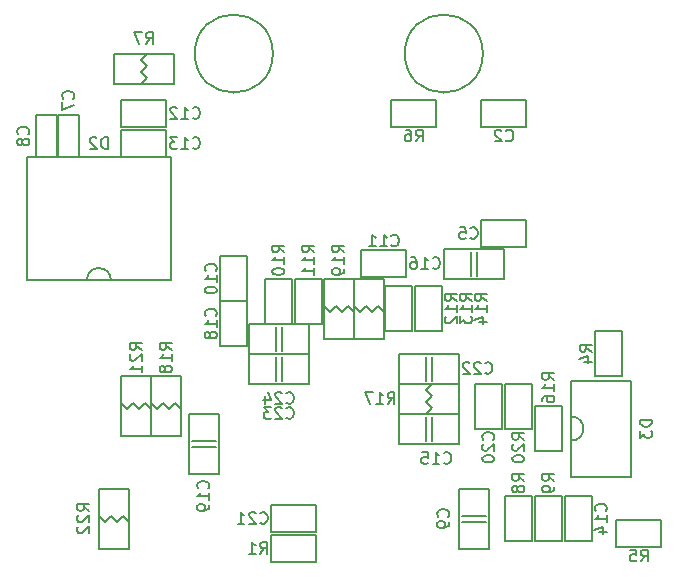
<source format=gbr>
G04 #@! TF.GenerationSoftware,KiCad,Pcbnew,5.1.6-c6e7f7d~87~ubuntu19.10.1*
G04 #@! TF.CreationDate,2021-07-29T07:02:15+06:00*
G04 #@! TF.ProjectId,deep_blue_delay_r3b,64656570-5f62-46c7-9565-5f64656c6179,3B*
G04 #@! TF.SameCoordinates,Original*
G04 #@! TF.FileFunction,Legend,Bot*
G04 #@! TF.FilePolarity,Positive*
%FSLAX46Y46*%
G04 Gerber Fmt 4.6, Leading zero omitted, Abs format (unit mm)*
G04 Created by KiCad (PCBNEW 5.1.6-c6e7f7d~87~ubuntu19.10.1) date 2021-07-29 07:02:15*
%MOMM*%
%LPD*%
G01*
G04 APERTURE LIST*
%ADD10C,0.200000*%
G04 APERTURE END LIST*
D10*
X106680000Y-116840000D02*
X109220000Y-116840000D01*
X106680000Y-121920000D02*
X109220000Y-121920000D01*
X106680000Y-116840000D02*
X106680000Y-121920000D01*
X109220000Y-116840000D02*
X109220000Y-121920000D01*
X108712000Y-119126000D02*
X109220000Y-119634000D01*
X108204000Y-119634000D02*
X108712000Y-119126000D01*
X107696000Y-119126000D02*
X108204000Y-119634000D01*
X107188000Y-119634000D02*
X106680000Y-119126000D01*
X107696000Y-119126000D02*
X107188000Y-119634000D01*
X132715000Y-139573000D02*
X132715000Y-137287000D01*
X128905000Y-137287000D02*
X128905000Y-139573000D01*
X132715000Y-137287000D02*
X128905000Y-137287000D01*
X132715000Y-139573000D02*
X128905000Y-139573000D01*
X127127000Y-125095000D02*
X129413000Y-125095000D01*
X129413000Y-121285000D02*
X127127000Y-121285000D01*
X129413000Y-125095000D02*
X129413000Y-121285000D01*
X127127000Y-125095000D02*
X127127000Y-121285000D01*
X99695000Y-138557000D02*
X99695000Y-140843000D01*
X103505000Y-140843000D02*
X103505000Y-138557000D01*
X99695000Y-140843000D02*
X103505000Y-140843000D01*
X99695000Y-138557000D02*
X103505000Y-138557000D01*
X121793000Y-135255000D02*
X119507000Y-135255000D01*
X119507000Y-139065000D02*
X121793000Y-139065000D01*
X119507000Y-135255000D02*
X119507000Y-139065000D01*
X121793000Y-135255000D02*
X121793000Y-139065000D01*
X86995000Y-104267000D02*
X86995000Y-106553000D01*
X90805000Y-106553000D02*
X90805000Y-104267000D01*
X86995000Y-106553000D02*
X90805000Y-106553000D01*
X86995000Y-104267000D02*
X90805000Y-104267000D01*
X81534000Y-102997000D02*
X79756000Y-102997000D01*
X79756000Y-106553000D02*
X81534000Y-106553000D01*
X79756000Y-102997000D02*
X79756000Y-106553000D01*
X81534000Y-102997000D02*
X81534000Y-106553000D01*
X83439000Y-102997000D02*
X81661000Y-102997000D01*
X81661000Y-106553000D02*
X83439000Y-106553000D01*
X81661000Y-102997000D02*
X81661000Y-106553000D01*
X83439000Y-102997000D02*
X83439000Y-106553000D01*
X105156000Y-119126000D02*
X104648000Y-119634000D01*
X104648000Y-119634000D02*
X104140000Y-119126000D01*
X105156000Y-119126000D02*
X105664000Y-119634000D01*
X105664000Y-119634000D02*
X106172000Y-119126000D01*
X106172000Y-119126000D02*
X106680000Y-119634000D01*
X106680000Y-116840000D02*
X106680000Y-121920000D01*
X104140000Y-116840000D02*
X104140000Y-121920000D01*
X104140000Y-121920000D02*
X106680000Y-121920000D01*
X104140000Y-116840000D02*
X106680000Y-116840000D01*
X109855000Y-101727000D02*
X109855000Y-104013000D01*
X113665000Y-104013000D02*
X113665000Y-101727000D01*
X109855000Y-104013000D02*
X113665000Y-104013000D01*
X109855000Y-101727000D02*
X113665000Y-101727000D01*
X121285000Y-104013000D02*
X121285000Y-101727000D01*
X117475000Y-101727000D02*
X117475000Y-104013000D01*
X121285000Y-101727000D02*
X117475000Y-101727000D01*
X121285000Y-104013000D02*
X117475000Y-104013000D01*
X115570000Y-139700000D02*
X115570000Y-134620000D01*
X118110000Y-139700000D02*
X118110000Y-134620000D01*
X117856000Y-136906000D02*
X115824000Y-136906000D01*
X117856000Y-137414000D02*
X115824000Y-137414000D01*
X118110000Y-134620000D02*
X115570000Y-134620000D01*
X118110000Y-139700000D02*
X115570000Y-139700000D01*
X95250000Y-128270000D02*
X95250000Y-133350000D01*
X92710000Y-128270000D02*
X92710000Y-133350000D01*
X92964000Y-131064000D02*
X94996000Y-131064000D01*
X92964000Y-130556000D02*
X94996000Y-130556000D01*
X92710000Y-133350000D02*
X95250000Y-133350000D01*
X92710000Y-128270000D02*
X95250000Y-128270000D01*
X115570000Y-123190000D02*
X115570000Y-125730000D01*
X110490000Y-123190000D02*
X110490000Y-125730000D01*
X113284000Y-123444000D02*
X113284000Y-125476000D01*
X112776000Y-123444000D02*
X112776000Y-125476000D01*
X115570000Y-123190000D02*
X110490000Y-123190000D01*
X115570000Y-125730000D02*
X110490000Y-125730000D01*
X102870000Y-120650000D02*
X102870000Y-123190000D01*
X97790000Y-120650000D02*
X97790000Y-123190000D01*
X100584000Y-120904000D02*
X100584000Y-122936000D01*
X100076000Y-120904000D02*
X100076000Y-122936000D01*
X102870000Y-120650000D02*
X97790000Y-120650000D01*
X102870000Y-123190000D02*
X97790000Y-123190000D01*
X115570000Y-130810000D02*
X110490000Y-130810000D01*
X115570000Y-128270000D02*
X110490000Y-128270000D01*
X112776000Y-128524000D02*
X112776000Y-130556000D01*
X113284000Y-128524000D02*
X113284000Y-130556000D01*
X110490000Y-128270000D02*
X110490000Y-130810000D01*
X115570000Y-128270000D02*
X115570000Y-130810000D01*
X97790000Y-125730000D02*
X97790000Y-123190000D01*
X102870000Y-125730000D02*
X102870000Y-123190000D01*
X100076000Y-125476000D02*
X100076000Y-123444000D01*
X100584000Y-125476000D02*
X100584000Y-123444000D01*
X97790000Y-125730000D02*
X102870000Y-125730000D01*
X97790000Y-123190000D02*
X102870000Y-123190000D01*
X114300000Y-114300000D02*
X119380000Y-114300000D01*
X114300000Y-116840000D02*
X119380000Y-116840000D01*
X117094000Y-116586000D02*
X117094000Y-114554000D01*
X116586000Y-116586000D02*
X116586000Y-114554000D01*
X119380000Y-116840000D02*
X119380000Y-114300000D01*
X114300000Y-116840000D02*
X114300000Y-114300000D01*
X97663000Y-118745000D02*
X97663000Y-122555000D01*
X95377000Y-118745000D02*
X95377000Y-122555000D01*
X95377000Y-122555000D02*
X97663000Y-122555000D01*
X97663000Y-118745000D02*
X95377000Y-118745000D01*
X122047000Y-131445000D02*
X124333000Y-131445000D01*
X124333000Y-127635000D02*
X122047000Y-127635000D01*
X124333000Y-131445000D02*
X124333000Y-127635000D01*
X122047000Y-131445000D02*
X122047000Y-127635000D01*
X119507000Y-129540000D02*
X121793000Y-129540000D01*
X121793000Y-125730000D02*
X119507000Y-125730000D01*
X121793000Y-129540000D02*
X121793000Y-125730000D01*
X119507000Y-129540000D02*
X119507000Y-125730000D01*
X122047000Y-139065000D02*
X124333000Y-139065000D01*
X124333000Y-135255000D02*
X122047000Y-135255000D01*
X124333000Y-139065000D02*
X124333000Y-135255000D01*
X122047000Y-139065000D02*
X122047000Y-135255000D01*
X116967000Y-129540000D02*
X119253000Y-129540000D01*
X119253000Y-125730000D02*
X116967000Y-125730000D01*
X119253000Y-129540000D02*
X119253000Y-125730000D01*
X116967000Y-129540000D02*
X116967000Y-125730000D01*
X124587000Y-139065000D02*
X126873000Y-139065000D01*
X126873000Y-135255000D02*
X124587000Y-135255000D01*
X126873000Y-139065000D02*
X126873000Y-135255000D01*
X124587000Y-139065000D02*
X124587000Y-135255000D01*
X117475000Y-111887000D02*
X117475000Y-114173000D01*
X121285000Y-114173000D02*
X121285000Y-111887000D01*
X117475000Y-114173000D02*
X121285000Y-114173000D01*
X117475000Y-111887000D02*
X121285000Y-111887000D01*
X114173000Y-117475000D02*
X111887000Y-117475000D01*
X111887000Y-121285000D02*
X114173000Y-121285000D01*
X111887000Y-117475000D02*
X111887000Y-121285000D01*
X114173000Y-117475000D02*
X114173000Y-121285000D01*
X111633000Y-117475000D02*
X109347000Y-117475000D01*
X109347000Y-121285000D02*
X111633000Y-121285000D01*
X109347000Y-117475000D02*
X109347000Y-121285000D01*
X111633000Y-117475000D02*
X111633000Y-121285000D01*
X104013000Y-116840000D02*
X104013000Y-120650000D01*
X101727000Y-116840000D02*
X101727000Y-120650000D01*
X101727000Y-120650000D02*
X104013000Y-120650000D01*
X104013000Y-116840000D02*
X101727000Y-116840000D01*
X101473000Y-116840000D02*
X101473000Y-120650000D01*
X99187000Y-116840000D02*
X99187000Y-120650000D01*
X99187000Y-120650000D02*
X101473000Y-120650000D01*
X101473000Y-116840000D02*
X99187000Y-116840000D01*
X103505000Y-138303000D02*
X103505000Y-136017000D01*
X99695000Y-136017000D02*
X99695000Y-138303000D01*
X103505000Y-136017000D02*
X99695000Y-136017000D01*
X103505000Y-138303000D02*
X99695000Y-138303000D01*
X107315000Y-114427000D02*
X107315000Y-116713000D01*
X111125000Y-116713000D02*
X111125000Y-114427000D01*
X107315000Y-116713000D02*
X111125000Y-116713000D01*
X107315000Y-114427000D02*
X111125000Y-114427000D01*
X95377000Y-118745000D02*
X97663000Y-118745000D01*
X97663000Y-114935000D02*
X95377000Y-114935000D01*
X97663000Y-118745000D02*
X97663000Y-114935000D01*
X95377000Y-118745000D02*
X95377000Y-114935000D01*
X90805000Y-104013000D02*
X90805000Y-101727000D01*
X86995000Y-101727000D02*
X86995000Y-104013000D01*
X90805000Y-101727000D02*
X86995000Y-101727000D01*
X90805000Y-104013000D02*
X86995000Y-104013000D01*
X78994000Y-116967000D02*
X91186000Y-116967000D01*
X91186000Y-116967000D02*
X91186000Y-106553000D01*
X91186000Y-106553000D02*
X78994000Y-106553000D01*
X78994000Y-116967000D02*
X78994000Y-106553000D01*
X84074000Y-116967000D02*
G75*
G02*
X86106000Y-116967000I1016000J0D01*
G01*
X125095000Y-125476000D02*
X125095000Y-133604000D01*
X125095000Y-133604000D02*
X130175000Y-133604000D01*
X130175000Y-133604000D02*
X130175000Y-125476000D01*
X125095000Y-125476000D02*
X130175000Y-125476000D01*
X125095000Y-128524000D02*
G75*
G02*
X125095000Y-130556000I0J-1016000D01*
G01*
X91440000Y-97790000D02*
X91440000Y-100330000D01*
X86360000Y-97790000D02*
X86360000Y-100330000D01*
X91440000Y-97790000D02*
X86360000Y-97790000D01*
X91440000Y-100330000D02*
X86360000Y-100330000D01*
X89154000Y-99822000D02*
X88646000Y-100330000D01*
X88646000Y-99314000D02*
X89154000Y-99822000D01*
X89154000Y-98806000D02*
X88646000Y-99314000D01*
X88646000Y-98298000D02*
X89154000Y-97790000D01*
X89154000Y-98806000D02*
X88646000Y-98298000D01*
X86106000Y-136906000D02*
X85598000Y-137414000D01*
X85598000Y-137414000D02*
X85090000Y-136906000D01*
X86106000Y-136906000D02*
X86614000Y-137414000D01*
X86614000Y-137414000D02*
X87122000Y-136906000D01*
X87122000Y-136906000D02*
X87630000Y-137414000D01*
X87630000Y-134620000D02*
X87630000Y-139700000D01*
X85090000Y-134620000D02*
X85090000Y-139700000D01*
X85090000Y-139700000D02*
X87630000Y-139700000D01*
X85090000Y-134620000D02*
X87630000Y-134620000D01*
X91059000Y-127889000D02*
X91567000Y-127381000D01*
X91567000Y-127381000D02*
X92075000Y-127889000D01*
X91059000Y-127889000D02*
X90551000Y-127381000D01*
X90551000Y-127381000D02*
X90043000Y-127889000D01*
X90043000Y-127889000D02*
X89535000Y-127381000D01*
X89535000Y-130175000D02*
X89535000Y-125095000D01*
X92075000Y-130175000D02*
X92075000Y-125095000D01*
X92075000Y-125095000D02*
X89535000Y-125095000D01*
X92075000Y-130175000D02*
X89535000Y-130175000D01*
X88519000Y-127889000D02*
X89027000Y-127381000D01*
X89027000Y-127381000D02*
X89535000Y-127889000D01*
X88519000Y-127889000D02*
X88011000Y-127381000D01*
X88011000Y-127381000D02*
X87503000Y-127889000D01*
X87503000Y-127889000D02*
X86995000Y-127381000D01*
X86995000Y-130175000D02*
X86995000Y-125095000D01*
X89535000Y-130175000D02*
X89535000Y-125095000D01*
X89535000Y-125095000D02*
X86995000Y-125095000D01*
X89535000Y-130175000D02*
X86995000Y-130175000D01*
X112776000Y-127254000D02*
X113284000Y-127762000D01*
X113284000Y-127762000D02*
X112776000Y-128270000D01*
X112776000Y-127254000D02*
X113284000Y-126746000D01*
X113284000Y-126746000D02*
X112776000Y-126238000D01*
X112776000Y-126238000D02*
X113284000Y-125730000D01*
X110490000Y-125730000D02*
X115570000Y-125730000D01*
X110490000Y-128270000D02*
X115570000Y-128270000D01*
X115570000Y-128270000D02*
X115570000Y-125730000D01*
X110490000Y-128270000D02*
X110490000Y-125730000D01*
X117602000Y-97790000D02*
G75*
G03*
X117602000Y-97790000I-3302000J0D01*
G01*
X99822000Y-97790000D02*
G75*
G03*
X99822000Y-97790000I-3302000J0D01*
G01*
X115387380Y-118737142D02*
X114911190Y-118403809D01*
X115387380Y-118165714D02*
X114387380Y-118165714D01*
X114387380Y-118546666D01*
X114435000Y-118641904D01*
X114482619Y-118689523D01*
X114577857Y-118737142D01*
X114720714Y-118737142D01*
X114815952Y-118689523D01*
X114863571Y-118641904D01*
X114911190Y-118546666D01*
X114911190Y-118165714D01*
X115387380Y-119689523D02*
X115387380Y-119118095D01*
X115387380Y-119403809D02*
X114387380Y-119403809D01*
X114530238Y-119308571D01*
X114625476Y-119213333D01*
X114673095Y-119118095D01*
X114482619Y-120070476D02*
X114435000Y-120118095D01*
X114387380Y-120213333D01*
X114387380Y-120451428D01*
X114435000Y-120546666D01*
X114482619Y-120594285D01*
X114577857Y-120641904D01*
X114673095Y-120641904D01*
X114815952Y-120594285D01*
X115387380Y-120022857D01*
X115387380Y-120641904D01*
X130976666Y-140787380D02*
X131310000Y-140311190D01*
X131548095Y-140787380D02*
X131548095Y-139787380D01*
X131167142Y-139787380D01*
X131071904Y-139835000D01*
X131024285Y-139882619D01*
X130976666Y-139977857D01*
X130976666Y-140120714D01*
X131024285Y-140215952D01*
X131071904Y-140263571D01*
X131167142Y-140311190D01*
X131548095Y-140311190D01*
X130071904Y-139787380D02*
X130548095Y-139787380D01*
X130595714Y-140263571D01*
X130548095Y-140215952D01*
X130452857Y-140168333D01*
X130214761Y-140168333D01*
X130119523Y-140215952D01*
X130071904Y-140263571D01*
X130024285Y-140358809D01*
X130024285Y-140596904D01*
X130071904Y-140692142D01*
X130119523Y-140739761D01*
X130214761Y-140787380D01*
X130452857Y-140787380D01*
X130548095Y-140739761D01*
X130595714Y-140692142D01*
X126817380Y-123023333D02*
X126341190Y-122690000D01*
X126817380Y-122451904D02*
X125817380Y-122451904D01*
X125817380Y-122832857D01*
X125865000Y-122928095D01*
X125912619Y-122975714D01*
X126007857Y-123023333D01*
X126150714Y-123023333D01*
X126245952Y-122975714D01*
X126293571Y-122928095D01*
X126341190Y-122832857D01*
X126341190Y-122451904D01*
X126150714Y-123880476D02*
X126817380Y-123880476D01*
X125769761Y-123642380D02*
X126484047Y-123404285D01*
X126484047Y-124023333D01*
X98755476Y-140152380D02*
X99088809Y-139676190D01*
X99326904Y-140152380D02*
X99326904Y-139152380D01*
X98945952Y-139152380D01*
X98850714Y-139200000D01*
X98803095Y-139247619D01*
X98755476Y-139342857D01*
X98755476Y-139485714D01*
X98803095Y-139580952D01*
X98850714Y-139628571D01*
X98945952Y-139676190D01*
X99326904Y-139676190D01*
X97803095Y-140152380D02*
X98374523Y-140152380D01*
X98088809Y-140152380D02*
X98088809Y-139152380D01*
X98184047Y-139295238D01*
X98279285Y-139390476D01*
X98374523Y-139438095D01*
X121102380Y-133982142D02*
X120626190Y-133648809D01*
X121102380Y-133410714D02*
X120102380Y-133410714D01*
X120102380Y-133791666D01*
X120150000Y-133886904D01*
X120197619Y-133934523D01*
X120292857Y-133982142D01*
X120435714Y-133982142D01*
X120530952Y-133934523D01*
X120578571Y-133886904D01*
X120626190Y-133791666D01*
X120626190Y-133410714D01*
X120530952Y-134553571D02*
X120483333Y-134458333D01*
X120435714Y-134410714D01*
X120340476Y-134363095D01*
X120292857Y-134363095D01*
X120197619Y-134410714D01*
X120150000Y-134458333D01*
X120102380Y-134553571D01*
X120102380Y-134744047D01*
X120150000Y-134839285D01*
X120197619Y-134886904D01*
X120292857Y-134934523D01*
X120340476Y-134934523D01*
X120435714Y-134886904D01*
X120483333Y-134839285D01*
X120530952Y-134744047D01*
X120530952Y-134553571D01*
X120578571Y-134458333D01*
X120626190Y-134410714D01*
X120721428Y-134363095D01*
X120911904Y-134363095D01*
X121007142Y-134410714D01*
X121054761Y-134458333D01*
X121102380Y-134553571D01*
X121102380Y-134744047D01*
X121054761Y-134839285D01*
X121007142Y-134886904D01*
X120911904Y-134934523D01*
X120721428Y-134934523D01*
X120626190Y-134886904D01*
X120578571Y-134839285D01*
X120530952Y-134744047D01*
X93030238Y-105767142D02*
X93077857Y-105814761D01*
X93220714Y-105862380D01*
X93315952Y-105862380D01*
X93458809Y-105814761D01*
X93554047Y-105719523D01*
X93601666Y-105624285D01*
X93649285Y-105433809D01*
X93649285Y-105290952D01*
X93601666Y-105100476D01*
X93554047Y-105005238D01*
X93458809Y-104910000D01*
X93315952Y-104862380D01*
X93220714Y-104862380D01*
X93077857Y-104910000D01*
X93030238Y-104957619D01*
X92077857Y-105862380D02*
X92649285Y-105862380D01*
X92363571Y-105862380D02*
X92363571Y-104862380D01*
X92458809Y-105005238D01*
X92554047Y-105100476D01*
X92649285Y-105148095D01*
X91744523Y-104862380D02*
X91125476Y-104862380D01*
X91458809Y-105243333D01*
X91315952Y-105243333D01*
X91220714Y-105290952D01*
X91173095Y-105338571D01*
X91125476Y-105433809D01*
X91125476Y-105671904D01*
X91173095Y-105767142D01*
X91220714Y-105814761D01*
X91315952Y-105862380D01*
X91601666Y-105862380D01*
X91696904Y-105814761D01*
X91744523Y-105767142D01*
X79097142Y-104608333D02*
X79144761Y-104560714D01*
X79192380Y-104417857D01*
X79192380Y-104322619D01*
X79144761Y-104179761D01*
X79049523Y-104084523D01*
X78954285Y-104036904D01*
X78763809Y-103989285D01*
X78620952Y-103989285D01*
X78430476Y-104036904D01*
X78335238Y-104084523D01*
X78240000Y-104179761D01*
X78192380Y-104322619D01*
X78192380Y-104417857D01*
X78240000Y-104560714D01*
X78287619Y-104608333D01*
X78620952Y-105179761D02*
X78573333Y-105084523D01*
X78525714Y-105036904D01*
X78430476Y-104989285D01*
X78382857Y-104989285D01*
X78287619Y-105036904D01*
X78240000Y-105084523D01*
X78192380Y-105179761D01*
X78192380Y-105370238D01*
X78240000Y-105465476D01*
X78287619Y-105513095D01*
X78382857Y-105560714D01*
X78430476Y-105560714D01*
X78525714Y-105513095D01*
X78573333Y-105465476D01*
X78620952Y-105370238D01*
X78620952Y-105179761D01*
X78668571Y-105084523D01*
X78716190Y-105036904D01*
X78811428Y-104989285D01*
X79001904Y-104989285D01*
X79097142Y-105036904D01*
X79144761Y-105084523D01*
X79192380Y-105179761D01*
X79192380Y-105370238D01*
X79144761Y-105465476D01*
X79097142Y-105513095D01*
X79001904Y-105560714D01*
X78811428Y-105560714D01*
X78716190Y-105513095D01*
X78668571Y-105465476D01*
X78620952Y-105370238D01*
X82907142Y-101597142D02*
X82954761Y-101549523D01*
X83002380Y-101406666D01*
X83002380Y-101311428D01*
X82954761Y-101168571D01*
X82859523Y-101073333D01*
X82764285Y-101025714D01*
X82573809Y-100978095D01*
X82430952Y-100978095D01*
X82240476Y-101025714D01*
X82145238Y-101073333D01*
X82050000Y-101168571D01*
X82002380Y-101311428D01*
X82002380Y-101406666D01*
X82050000Y-101549523D01*
X82097619Y-101597142D01*
X82002380Y-101930476D02*
X82002380Y-102597142D01*
X83002380Y-102168571D01*
X105862380Y-114614761D02*
X105386190Y-114281428D01*
X105862380Y-114043333D02*
X104862380Y-114043333D01*
X104862380Y-114424285D01*
X104910000Y-114519523D01*
X104957619Y-114567142D01*
X105052857Y-114614761D01*
X105195714Y-114614761D01*
X105290952Y-114567142D01*
X105338571Y-114519523D01*
X105386190Y-114424285D01*
X105386190Y-114043333D01*
X105862380Y-115567142D02*
X105862380Y-114995714D01*
X105862380Y-115281428D02*
X104862380Y-115281428D01*
X105005238Y-115186190D01*
X105100476Y-115090952D01*
X105148095Y-114995714D01*
X105862380Y-116043333D02*
X105862380Y-116233809D01*
X105814761Y-116329047D01*
X105767142Y-116376666D01*
X105624285Y-116471904D01*
X105433809Y-116519523D01*
X105052857Y-116519523D01*
X104957619Y-116471904D01*
X104910000Y-116424285D01*
X104862380Y-116329047D01*
X104862380Y-116138571D01*
X104910000Y-116043333D01*
X104957619Y-115995714D01*
X105052857Y-115948095D01*
X105290952Y-115948095D01*
X105386190Y-115995714D01*
X105433809Y-116043333D01*
X105481428Y-116138571D01*
X105481428Y-116329047D01*
X105433809Y-116424285D01*
X105386190Y-116471904D01*
X105290952Y-116519523D01*
X111926666Y-105227380D02*
X112260000Y-104751190D01*
X112498095Y-105227380D02*
X112498095Y-104227380D01*
X112117142Y-104227380D01*
X112021904Y-104275000D01*
X111974285Y-104322619D01*
X111926666Y-104417857D01*
X111926666Y-104560714D01*
X111974285Y-104655952D01*
X112021904Y-104703571D01*
X112117142Y-104751190D01*
X112498095Y-104751190D01*
X111069523Y-104227380D02*
X111260000Y-104227380D01*
X111355238Y-104275000D01*
X111402857Y-104322619D01*
X111498095Y-104465476D01*
X111545714Y-104655952D01*
X111545714Y-105036904D01*
X111498095Y-105132142D01*
X111450476Y-105179761D01*
X111355238Y-105227380D01*
X111164761Y-105227380D01*
X111069523Y-105179761D01*
X111021904Y-105132142D01*
X110974285Y-105036904D01*
X110974285Y-104798809D01*
X111021904Y-104703571D01*
X111069523Y-104655952D01*
X111164761Y-104608333D01*
X111355238Y-104608333D01*
X111450476Y-104655952D01*
X111498095Y-104703571D01*
X111545714Y-104798809D01*
X119546666Y-105132142D02*
X119594285Y-105179761D01*
X119737142Y-105227380D01*
X119832380Y-105227380D01*
X119975238Y-105179761D01*
X120070476Y-105084523D01*
X120118095Y-104989285D01*
X120165714Y-104798809D01*
X120165714Y-104655952D01*
X120118095Y-104465476D01*
X120070476Y-104370238D01*
X119975238Y-104275000D01*
X119832380Y-104227380D01*
X119737142Y-104227380D01*
X119594285Y-104275000D01*
X119546666Y-104322619D01*
X119165714Y-104322619D02*
X119118095Y-104275000D01*
X119022857Y-104227380D01*
X118784761Y-104227380D01*
X118689523Y-104275000D01*
X118641904Y-104322619D01*
X118594285Y-104417857D01*
X118594285Y-104513095D01*
X118641904Y-104655952D01*
X119213333Y-105227380D01*
X118594285Y-105227380D01*
X114657142Y-136993333D02*
X114704761Y-136945714D01*
X114752380Y-136802857D01*
X114752380Y-136707619D01*
X114704761Y-136564761D01*
X114609523Y-136469523D01*
X114514285Y-136421904D01*
X114323809Y-136374285D01*
X114180952Y-136374285D01*
X113990476Y-136421904D01*
X113895238Y-136469523D01*
X113800000Y-136564761D01*
X113752380Y-136707619D01*
X113752380Y-136802857D01*
X113800000Y-136945714D01*
X113847619Y-136993333D01*
X114752380Y-137469523D02*
X114752380Y-137660000D01*
X114704761Y-137755238D01*
X114657142Y-137802857D01*
X114514285Y-137898095D01*
X114323809Y-137945714D01*
X113942857Y-137945714D01*
X113847619Y-137898095D01*
X113800000Y-137850476D01*
X113752380Y-137755238D01*
X113752380Y-137564761D01*
X113800000Y-137469523D01*
X113847619Y-137421904D01*
X113942857Y-137374285D01*
X114180952Y-137374285D01*
X114276190Y-137421904D01*
X114323809Y-137469523D01*
X114371428Y-137564761D01*
X114371428Y-137755238D01*
X114323809Y-137850476D01*
X114276190Y-137898095D01*
X114180952Y-137945714D01*
X94337142Y-134612142D02*
X94384761Y-134564523D01*
X94432380Y-134421666D01*
X94432380Y-134326428D01*
X94384761Y-134183571D01*
X94289523Y-134088333D01*
X94194285Y-134040714D01*
X94003809Y-133993095D01*
X93860952Y-133993095D01*
X93670476Y-134040714D01*
X93575238Y-134088333D01*
X93480000Y-134183571D01*
X93432380Y-134326428D01*
X93432380Y-134421666D01*
X93480000Y-134564523D01*
X93527619Y-134612142D01*
X94432380Y-135564523D02*
X94432380Y-134993095D01*
X94432380Y-135278809D02*
X93432380Y-135278809D01*
X93575238Y-135183571D01*
X93670476Y-135088333D01*
X93718095Y-134993095D01*
X94432380Y-136040714D02*
X94432380Y-136231190D01*
X94384761Y-136326428D01*
X94337142Y-136374047D01*
X94194285Y-136469285D01*
X94003809Y-136516904D01*
X93622857Y-136516904D01*
X93527619Y-136469285D01*
X93480000Y-136421666D01*
X93432380Y-136326428D01*
X93432380Y-136135952D01*
X93480000Y-136040714D01*
X93527619Y-135993095D01*
X93622857Y-135945476D01*
X93860952Y-135945476D01*
X93956190Y-135993095D01*
X94003809Y-136040714D01*
X94051428Y-136135952D01*
X94051428Y-136326428D01*
X94003809Y-136421666D01*
X93956190Y-136469285D01*
X93860952Y-136516904D01*
X117795238Y-124817142D02*
X117842857Y-124864761D01*
X117985714Y-124912380D01*
X118080952Y-124912380D01*
X118223809Y-124864761D01*
X118319047Y-124769523D01*
X118366666Y-124674285D01*
X118414285Y-124483809D01*
X118414285Y-124340952D01*
X118366666Y-124150476D01*
X118319047Y-124055238D01*
X118223809Y-123960000D01*
X118080952Y-123912380D01*
X117985714Y-123912380D01*
X117842857Y-123960000D01*
X117795238Y-124007619D01*
X117414285Y-124007619D02*
X117366666Y-123960000D01*
X117271428Y-123912380D01*
X117033333Y-123912380D01*
X116938095Y-123960000D01*
X116890476Y-124007619D01*
X116842857Y-124102857D01*
X116842857Y-124198095D01*
X116890476Y-124340952D01*
X117461904Y-124912380D01*
X116842857Y-124912380D01*
X116461904Y-124007619D02*
X116414285Y-123960000D01*
X116319047Y-123912380D01*
X116080952Y-123912380D01*
X115985714Y-123960000D01*
X115938095Y-124007619D01*
X115890476Y-124102857D01*
X115890476Y-124198095D01*
X115938095Y-124340952D01*
X116509523Y-124912380D01*
X115890476Y-124912380D01*
X100972857Y-127357142D02*
X101020476Y-127404761D01*
X101163333Y-127452380D01*
X101258571Y-127452380D01*
X101401428Y-127404761D01*
X101496666Y-127309523D01*
X101544285Y-127214285D01*
X101591904Y-127023809D01*
X101591904Y-126880952D01*
X101544285Y-126690476D01*
X101496666Y-126595238D01*
X101401428Y-126500000D01*
X101258571Y-126452380D01*
X101163333Y-126452380D01*
X101020476Y-126500000D01*
X100972857Y-126547619D01*
X100591904Y-126547619D02*
X100544285Y-126500000D01*
X100449047Y-126452380D01*
X100210952Y-126452380D01*
X100115714Y-126500000D01*
X100068095Y-126547619D01*
X100020476Y-126642857D01*
X100020476Y-126738095D01*
X100068095Y-126880952D01*
X100639523Y-127452380D01*
X100020476Y-127452380D01*
X99163333Y-126785714D02*
X99163333Y-127452380D01*
X99401428Y-126404761D02*
X99639523Y-127119047D01*
X99020476Y-127119047D01*
X114307857Y-132437142D02*
X114355476Y-132484761D01*
X114498333Y-132532380D01*
X114593571Y-132532380D01*
X114736428Y-132484761D01*
X114831666Y-132389523D01*
X114879285Y-132294285D01*
X114926904Y-132103809D01*
X114926904Y-131960952D01*
X114879285Y-131770476D01*
X114831666Y-131675238D01*
X114736428Y-131580000D01*
X114593571Y-131532380D01*
X114498333Y-131532380D01*
X114355476Y-131580000D01*
X114307857Y-131627619D01*
X113355476Y-132532380D02*
X113926904Y-132532380D01*
X113641190Y-132532380D02*
X113641190Y-131532380D01*
X113736428Y-131675238D01*
X113831666Y-131770476D01*
X113926904Y-131818095D01*
X112450714Y-131532380D02*
X112926904Y-131532380D01*
X112974523Y-132008571D01*
X112926904Y-131960952D01*
X112831666Y-131913333D01*
X112593571Y-131913333D01*
X112498333Y-131960952D01*
X112450714Y-132008571D01*
X112403095Y-132103809D01*
X112403095Y-132341904D01*
X112450714Y-132437142D01*
X112498333Y-132484761D01*
X112593571Y-132532380D01*
X112831666Y-132532380D01*
X112926904Y-132484761D01*
X112974523Y-132437142D01*
X100972857Y-128627142D02*
X101020476Y-128674761D01*
X101163333Y-128722380D01*
X101258571Y-128722380D01*
X101401428Y-128674761D01*
X101496666Y-128579523D01*
X101544285Y-128484285D01*
X101591904Y-128293809D01*
X101591904Y-128150952D01*
X101544285Y-127960476D01*
X101496666Y-127865238D01*
X101401428Y-127770000D01*
X101258571Y-127722380D01*
X101163333Y-127722380D01*
X101020476Y-127770000D01*
X100972857Y-127817619D01*
X100591904Y-127817619D02*
X100544285Y-127770000D01*
X100449047Y-127722380D01*
X100210952Y-127722380D01*
X100115714Y-127770000D01*
X100068095Y-127817619D01*
X100020476Y-127912857D01*
X100020476Y-128008095D01*
X100068095Y-128150952D01*
X100639523Y-128722380D01*
X100020476Y-128722380D01*
X99687142Y-127722380D02*
X99068095Y-127722380D01*
X99401428Y-128103333D01*
X99258571Y-128103333D01*
X99163333Y-128150952D01*
X99115714Y-128198571D01*
X99068095Y-128293809D01*
X99068095Y-128531904D01*
X99115714Y-128627142D01*
X99163333Y-128674761D01*
X99258571Y-128722380D01*
X99544285Y-128722380D01*
X99639523Y-128674761D01*
X99687142Y-128627142D01*
X113360476Y-115927142D02*
X113408095Y-115974761D01*
X113550952Y-116022380D01*
X113646190Y-116022380D01*
X113789047Y-115974761D01*
X113884285Y-115879523D01*
X113931904Y-115784285D01*
X113979523Y-115593809D01*
X113979523Y-115450952D01*
X113931904Y-115260476D01*
X113884285Y-115165238D01*
X113789047Y-115070000D01*
X113646190Y-115022380D01*
X113550952Y-115022380D01*
X113408095Y-115070000D01*
X113360476Y-115117619D01*
X112408095Y-116022380D02*
X112979523Y-116022380D01*
X112693809Y-116022380D02*
X112693809Y-115022380D01*
X112789047Y-115165238D01*
X112884285Y-115260476D01*
X112979523Y-115308095D01*
X111550952Y-115022380D02*
X111741428Y-115022380D01*
X111836666Y-115070000D01*
X111884285Y-115117619D01*
X111979523Y-115260476D01*
X112027142Y-115450952D01*
X112027142Y-115831904D01*
X111979523Y-115927142D01*
X111931904Y-115974761D01*
X111836666Y-116022380D01*
X111646190Y-116022380D01*
X111550952Y-115974761D01*
X111503333Y-115927142D01*
X111455714Y-115831904D01*
X111455714Y-115593809D01*
X111503333Y-115498571D01*
X111550952Y-115450952D01*
X111646190Y-115403333D01*
X111836666Y-115403333D01*
X111931904Y-115450952D01*
X111979523Y-115498571D01*
X112027142Y-115593809D01*
X94972142Y-120007142D02*
X95019761Y-119959523D01*
X95067380Y-119816666D01*
X95067380Y-119721428D01*
X95019761Y-119578571D01*
X94924523Y-119483333D01*
X94829285Y-119435714D01*
X94638809Y-119388095D01*
X94495952Y-119388095D01*
X94305476Y-119435714D01*
X94210238Y-119483333D01*
X94115000Y-119578571D01*
X94067380Y-119721428D01*
X94067380Y-119816666D01*
X94115000Y-119959523D01*
X94162619Y-120007142D01*
X95067380Y-120959523D02*
X95067380Y-120388095D01*
X95067380Y-120673809D02*
X94067380Y-120673809D01*
X94210238Y-120578571D01*
X94305476Y-120483333D01*
X94353095Y-120388095D01*
X94495952Y-121530952D02*
X94448333Y-121435714D01*
X94400714Y-121388095D01*
X94305476Y-121340476D01*
X94257857Y-121340476D01*
X94162619Y-121388095D01*
X94115000Y-121435714D01*
X94067380Y-121530952D01*
X94067380Y-121721428D01*
X94115000Y-121816666D01*
X94162619Y-121864285D01*
X94257857Y-121911904D01*
X94305476Y-121911904D01*
X94400714Y-121864285D01*
X94448333Y-121816666D01*
X94495952Y-121721428D01*
X94495952Y-121530952D01*
X94543571Y-121435714D01*
X94591190Y-121388095D01*
X94686428Y-121340476D01*
X94876904Y-121340476D01*
X94972142Y-121388095D01*
X95019761Y-121435714D01*
X95067380Y-121530952D01*
X95067380Y-121721428D01*
X95019761Y-121816666D01*
X94972142Y-121864285D01*
X94876904Y-121911904D01*
X94686428Y-121911904D01*
X94591190Y-121864285D01*
X94543571Y-121816666D01*
X94495952Y-121721428D01*
X123642380Y-125409761D02*
X123166190Y-125076428D01*
X123642380Y-124838333D02*
X122642380Y-124838333D01*
X122642380Y-125219285D01*
X122690000Y-125314523D01*
X122737619Y-125362142D01*
X122832857Y-125409761D01*
X122975714Y-125409761D01*
X123070952Y-125362142D01*
X123118571Y-125314523D01*
X123166190Y-125219285D01*
X123166190Y-124838333D01*
X123642380Y-126362142D02*
X123642380Y-125790714D01*
X123642380Y-126076428D02*
X122642380Y-126076428D01*
X122785238Y-125981190D01*
X122880476Y-125885952D01*
X122928095Y-125790714D01*
X122642380Y-127219285D02*
X122642380Y-127028809D01*
X122690000Y-126933571D01*
X122737619Y-126885952D01*
X122880476Y-126790714D01*
X123070952Y-126743095D01*
X123451904Y-126743095D01*
X123547142Y-126790714D01*
X123594761Y-126838333D01*
X123642380Y-126933571D01*
X123642380Y-127124047D01*
X123594761Y-127219285D01*
X123547142Y-127266904D01*
X123451904Y-127314523D01*
X123213809Y-127314523D01*
X123118571Y-127266904D01*
X123070952Y-127219285D01*
X123023333Y-127124047D01*
X123023333Y-126933571D01*
X123070952Y-126838333D01*
X123118571Y-126790714D01*
X123213809Y-126743095D01*
X121102380Y-130479523D02*
X120626190Y-130146190D01*
X121102380Y-129908095D02*
X120102380Y-129908095D01*
X120102380Y-130289047D01*
X120150000Y-130384285D01*
X120197619Y-130431904D01*
X120292857Y-130479523D01*
X120435714Y-130479523D01*
X120530952Y-130431904D01*
X120578571Y-130384285D01*
X120626190Y-130289047D01*
X120626190Y-129908095D01*
X120197619Y-130860476D02*
X120150000Y-130908095D01*
X120102380Y-131003333D01*
X120102380Y-131241428D01*
X120150000Y-131336666D01*
X120197619Y-131384285D01*
X120292857Y-131431904D01*
X120388095Y-131431904D01*
X120530952Y-131384285D01*
X121102380Y-130812857D01*
X121102380Y-131431904D01*
X120102380Y-132050952D02*
X120102380Y-132146190D01*
X120150000Y-132241428D01*
X120197619Y-132289047D01*
X120292857Y-132336666D01*
X120483333Y-132384285D01*
X120721428Y-132384285D01*
X120911904Y-132336666D01*
X121007142Y-132289047D01*
X121054761Y-132241428D01*
X121102380Y-132146190D01*
X121102380Y-132050952D01*
X121054761Y-131955714D01*
X121007142Y-131908095D01*
X120911904Y-131860476D01*
X120721428Y-131812857D01*
X120483333Y-131812857D01*
X120292857Y-131860476D01*
X120197619Y-131908095D01*
X120150000Y-131955714D01*
X120102380Y-132050952D01*
X123642380Y-133982142D02*
X123166190Y-133648809D01*
X123642380Y-133410714D02*
X122642380Y-133410714D01*
X122642380Y-133791666D01*
X122690000Y-133886904D01*
X122737619Y-133934523D01*
X122832857Y-133982142D01*
X122975714Y-133982142D01*
X123070952Y-133934523D01*
X123118571Y-133886904D01*
X123166190Y-133791666D01*
X123166190Y-133410714D01*
X123642380Y-134458333D02*
X123642380Y-134648809D01*
X123594761Y-134744047D01*
X123547142Y-134791666D01*
X123404285Y-134886904D01*
X123213809Y-134934523D01*
X122832857Y-134934523D01*
X122737619Y-134886904D01*
X122690000Y-134839285D01*
X122642380Y-134744047D01*
X122642380Y-134553571D01*
X122690000Y-134458333D01*
X122737619Y-134410714D01*
X122832857Y-134363095D01*
X123070952Y-134363095D01*
X123166190Y-134410714D01*
X123213809Y-134458333D01*
X123261428Y-134553571D01*
X123261428Y-134744047D01*
X123213809Y-134839285D01*
X123166190Y-134886904D01*
X123070952Y-134934523D01*
X118467142Y-130479523D02*
X118514761Y-130431904D01*
X118562380Y-130289047D01*
X118562380Y-130193809D01*
X118514761Y-130050952D01*
X118419523Y-129955714D01*
X118324285Y-129908095D01*
X118133809Y-129860476D01*
X117990952Y-129860476D01*
X117800476Y-129908095D01*
X117705238Y-129955714D01*
X117610000Y-130050952D01*
X117562380Y-130193809D01*
X117562380Y-130289047D01*
X117610000Y-130431904D01*
X117657619Y-130479523D01*
X117657619Y-130860476D02*
X117610000Y-130908095D01*
X117562380Y-131003333D01*
X117562380Y-131241428D01*
X117610000Y-131336666D01*
X117657619Y-131384285D01*
X117752857Y-131431904D01*
X117848095Y-131431904D01*
X117990952Y-131384285D01*
X118562380Y-130812857D01*
X118562380Y-131431904D01*
X117562380Y-132050952D02*
X117562380Y-132146190D01*
X117610000Y-132241428D01*
X117657619Y-132289047D01*
X117752857Y-132336666D01*
X117943333Y-132384285D01*
X118181428Y-132384285D01*
X118371904Y-132336666D01*
X118467142Y-132289047D01*
X118514761Y-132241428D01*
X118562380Y-132146190D01*
X118562380Y-132050952D01*
X118514761Y-131955714D01*
X118467142Y-131908095D01*
X118371904Y-131860476D01*
X118181428Y-131812857D01*
X117943333Y-131812857D01*
X117752857Y-131860476D01*
X117657619Y-131908095D01*
X117610000Y-131955714D01*
X117562380Y-132050952D01*
X127992142Y-136517142D02*
X128039761Y-136469523D01*
X128087380Y-136326666D01*
X128087380Y-136231428D01*
X128039761Y-136088571D01*
X127944523Y-135993333D01*
X127849285Y-135945714D01*
X127658809Y-135898095D01*
X127515952Y-135898095D01*
X127325476Y-135945714D01*
X127230238Y-135993333D01*
X127135000Y-136088571D01*
X127087380Y-136231428D01*
X127087380Y-136326666D01*
X127135000Y-136469523D01*
X127182619Y-136517142D01*
X128087380Y-137469523D02*
X128087380Y-136898095D01*
X128087380Y-137183809D02*
X127087380Y-137183809D01*
X127230238Y-137088571D01*
X127325476Y-136993333D01*
X127373095Y-136898095D01*
X127420714Y-138326666D02*
X128087380Y-138326666D01*
X127039761Y-138088571D02*
X127754047Y-137850476D01*
X127754047Y-138469523D01*
X116535476Y-113387142D02*
X116583095Y-113434761D01*
X116725952Y-113482380D01*
X116821190Y-113482380D01*
X116964047Y-113434761D01*
X117059285Y-113339523D01*
X117106904Y-113244285D01*
X117154523Y-113053809D01*
X117154523Y-112910952D01*
X117106904Y-112720476D01*
X117059285Y-112625238D01*
X116964047Y-112530000D01*
X116821190Y-112482380D01*
X116725952Y-112482380D01*
X116583095Y-112530000D01*
X116535476Y-112577619D01*
X115630714Y-112482380D02*
X116106904Y-112482380D01*
X116154523Y-112958571D01*
X116106904Y-112910952D01*
X116011666Y-112863333D01*
X115773571Y-112863333D01*
X115678333Y-112910952D01*
X115630714Y-112958571D01*
X115583095Y-113053809D01*
X115583095Y-113291904D01*
X115630714Y-113387142D01*
X115678333Y-113434761D01*
X115773571Y-113482380D01*
X116011666Y-113482380D01*
X116106904Y-113434761D01*
X116154523Y-113387142D01*
X117927380Y-118737142D02*
X117451190Y-118403809D01*
X117927380Y-118165714D02*
X116927380Y-118165714D01*
X116927380Y-118546666D01*
X116975000Y-118641904D01*
X117022619Y-118689523D01*
X117117857Y-118737142D01*
X117260714Y-118737142D01*
X117355952Y-118689523D01*
X117403571Y-118641904D01*
X117451190Y-118546666D01*
X117451190Y-118165714D01*
X117927380Y-119689523D02*
X117927380Y-119118095D01*
X117927380Y-119403809D02*
X116927380Y-119403809D01*
X117070238Y-119308571D01*
X117165476Y-119213333D01*
X117213095Y-119118095D01*
X117260714Y-120546666D02*
X117927380Y-120546666D01*
X116879761Y-120308571D02*
X117594047Y-120070476D01*
X117594047Y-120689523D01*
X116657380Y-118737142D02*
X116181190Y-118403809D01*
X116657380Y-118165714D02*
X115657380Y-118165714D01*
X115657380Y-118546666D01*
X115705000Y-118641904D01*
X115752619Y-118689523D01*
X115847857Y-118737142D01*
X115990714Y-118737142D01*
X116085952Y-118689523D01*
X116133571Y-118641904D01*
X116181190Y-118546666D01*
X116181190Y-118165714D01*
X116657380Y-119689523D02*
X116657380Y-119118095D01*
X116657380Y-119403809D02*
X115657380Y-119403809D01*
X115800238Y-119308571D01*
X115895476Y-119213333D01*
X115943095Y-119118095D01*
X115657380Y-120022857D02*
X115657380Y-120641904D01*
X116038333Y-120308571D01*
X116038333Y-120451428D01*
X116085952Y-120546666D01*
X116133571Y-120594285D01*
X116228809Y-120641904D01*
X116466904Y-120641904D01*
X116562142Y-120594285D01*
X116609761Y-120546666D01*
X116657380Y-120451428D01*
X116657380Y-120165714D01*
X116609761Y-120070476D01*
X116562142Y-120022857D01*
X103322380Y-114614761D02*
X102846190Y-114281428D01*
X103322380Y-114043333D02*
X102322380Y-114043333D01*
X102322380Y-114424285D01*
X102370000Y-114519523D01*
X102417619Y-114567142D01*
X102512857Y-114614761D01*
X102655714Y-114614761D01*
X102750952Y-114567142D01*
X102798571Y-114519523D01*
X102846190Y-114424285D01*
X102846190Y-114043333D01*
X103322380Y-115567142D02*
X103322380Y-114995714D01*
X103322380Y-115281428D02*
X102322380Y-115281428D01*
X102465238Y-115186190D01*
X102560476Y-115090952D01*
X102608095Y-114995714D01*
X103322380Y-116519523D02*
X103322380Y-115948095D01*
X103322380Y-116233809D02*
X102322380Y-116233809D01*
X102465238Y-116138571D01*
X102560476Y-116043333D01*
X102608095Y-115948095D01*
X100782380Y-114614761D02*
X100306190Y-114281428D01*
X100782380Y-114043333D02*
X99782380Y-114043333D01*
X99782380Y-114424285D01*
X99830000Y-114519523D01*
X99877619Y-114567142D01*
X99972857Y-114614761D01*
X100115714Y-114614761D01*
X100210952Y-114567142D01*
X100258571Y-114519523D01*
X100306190Y-114424285D01*
X100306190Y-114043333D01*
X100782380Y-115567142D02*
X100782380Y-114995714D01*
X100782380Y-115281428D02*
X99782380Y-115281428D01*
X99925238Y-115186190D01*
X100020476Y-115090952D01*
X100068095Y-114995714D01*
X99782380Y-116186190D02*
X99782380Y-116281428D01*
X99830000Y-116376666D01*
X99877619Y-116424285D01*
X99972857Y-116471904D01*
X100163333Y-116519523D01*
X100401428Y-116519523D01*
X100591904Y-116471904D01*
X100687142Y-116424285D01*
X100734761Y-116376666D01*
X100782380Y-116281428D01*
X100782380Y-116186190D01*
X100734761Y-116090952D01*
X100687142Y-116043333D01*
X100591904Y-115995714D01*
X100401428Y-115948095D01*
X100163333Y-115948095D01*
X99972857Y-115995714D01*
X99877619Y-116043333D01*
X99830000Y-116090952D01*
X99782380Y-116186190D01*
X98755476Y-137517142D02*
X98803095Y-137564761D01*
X98945952Y-137612380D01*
X99041190Y-137612380D01*
X99184047Y-137564761D01*
X99279285Y-137469523D01*
X99326904Y-137374285D01*
X99374523Y-137183809D01*
X99374523Y-137040952D01*
X99326904Y-136850476D01*
X99279285Y-136755238D01*
X99184047Y-136660000D01*
X99041190Y-136612380D01*
X98945952Y-136612380D01*
X98803095Y-136660000D01*
X98755476Y-136707619D01*
X98374523Y-136707619D02*
X98326904Y-136660000D01*
X98231666Y-136612380D01*
X97993571Y-136612380D01*
X97898333Y-136660000D01*
X97850714Y-136707619D01*
X97803095Y-136802857D01*
X97803095Y-136898095D01*
X97850714Y-137040952D01*
X98422142Y-137612380D01*
X97803095Y-137612380D01*
X96850714Y-137612380D02*
X97422142Y-137612380D01*
X97136428Y-137612380D02*
X97136428Y-136612380D01*
X97231666Y-136755238D01*
X97326904Y-136850476D01*
X97422142Y-136898095D01*
X109862857Y-114022142D02*
X109910476Y-114069761D01*
X110053333Y-114117380D01*
X110148571Y-114117380D01*
X110291428Y-114069761D01*
X110386666Y-113974523D01*
X110434285Y-113879285D01*
X110481904Y-113688809D01*
X110481904Y-113545952D01*
X110434285Y-113355476D01*
X110386666Y-113260238D01*
X110291428Y-113165000D01*
X110148571Y-113117380D01*
X110053333Y-113117380D01*
X109910476Y-113165000D01*
X109862857Y-113212619D01*
X108910476Y-114117380D02*
X109481904Y-114117380D01*
X109196190Y-114117380D02*
X109196190Y-113117380D01*
X109291428Y-113260238D01*
X109386666Y-113355476D01*
X109481904Y-113403095D01*
X107958095Y-114117380D02*
X108529523Y-114117380D01*
X108243809Y-114117380D02*
X108243809Y-113117380D01*
X108339047Y-113260238D01*
X108434285Y-113355476D01*
X108529523Y-113403095D01*
X94972142Y-116197142D02*
X95019761Y-116149523D01*
X95067380Y-116006666D01*
X95067380Y-115911428D01*
X95019761Y-115768571D01*
X94924523Y-115673333D01*
X94829285Y-115625714D01*
X94638809Y-115578095D01*
X94495952Y-115578095D01*
X94305476Y-115625714D01*
X94210238Y-115673333D01*
X94115000Y-115768571D01*
X94067380Y-115911428D01*
X94067380Y-116006666D01*
X94115000Y-116149523D01*
X94162619Y-116197142D01*
X95067380Y-117149523D02*
X95067380Y-116578095D01*
X95067380Y-116863809D02*
X94067380Y-116863809D01*
X94210238Y-116768571D01*
X94305476Y-116673333D01*
X94353095Y-116578095D01*
X94067380Y-117768571D02*
X94067380Y-117863809D01*
X94115000Y-117959047D01*
X94162619Y-118006666D01*
X94257857Y-118054285D01*
X94448333Y-118101904D01*
X94686428Y-118101904D01*
X94876904Y-118054285D01*
X94972142Y-118006666D01*
X95019761Y-117959047D01*
X95067380Y-117863809D01*
X95067380Y-117768571D01*
X95019761Y-117673333D01*
X94972142Y-117625714D01*
X94876904Y-117578095D01*
X94686428Y-117530476D01*
X94448333Y-117530476D01*
X94257857Y-117578095D01*
X94162619Y-117625714D01*
X94115000Y-117673333D01*
X94067380Y-117768571D01*
X93030238Y-103227142D02*
X93077857Y-103274761D01*
X93220714Y-103322380D01*
X93315952Y-103322380D01*
X93458809Y-103274761D01*
X93554047Y-103179523D01*
X93601666Y-103084285D01*
X93649285Y-102893809D01*
X93649285Y-102750952D01*
X93601666Y-102560476D01*
X93554047Y-102465238D01*
X93458809Y-102370000D01*
X93315952Y-102322380D01*
X93220714Y-102322380D01*
X93077857Y-102370000D01*
X93030238Y-102417619D01*
X92077857Y-103322380D02*
X92649285Y-103322380D01*
X92363571Y-103322380D02*
X92363571Y-102322380D01*
X92458809Y-102465238D01*
X92554047Y-102560476D01*
X92649285Y-102608095D01*
X91696904Y-102417619D02*
X91649285Y-102370000D01*
X91554047Y-102322380D01*
X91315952Y-102322380D01*
X91220714Y-102370000D01*
X91173095Y-102417619D01*
X91125476Y-102512857D01*
X91125476Y-102608095D01*
X91173095Y-102750952D01*
X91744523Y-103322380D01*
X91125476Y-103322380D01*
X85828095Y-105862380D02*
X85828095Y-104862380D01*
X85590000Y-104862380D01*
X85447142Y-104910000D01*
X85351904Y-105005238D01*
X85304285Y-105100476D01*
X85256666Y-105290952D01*
X85256666Y-105433809D01*
X85304285Y-105624285D01*
X85351904Y-105719523D01*
X85447142Y-105814761D01*
X85590000Y-105862380D01*
X85828095Y-105862380D01*
X84875714Y-104957619D02*
X84828095Y-104910000D01*
X84732857Y-104862380D01*
X84494761Y-104862380D01*
X84399523Y-104910000D01*
X84351904Y-104957619D01*
X84304285Y-105052857D01*
X84304285Y-105148095D01*
X84351904Y-105290952D01*
X84923333Y-105862380D01*
X84304285Y-105862380D01*
X131897380Y-128801904D02*
X130897380Y-128801904D01*
X130897380Y-129040000D01*
X130945000Y-129182857D01*
X131040238Y-129278095D01*
X131135476Y-129325714D01*
X131325952Y-129373333D01*
X131468809Y-129373333D01*
X131659285Y-129325714D01*
X131754523Y-129278095D01*
X131849761Y-129182857D01*
X131897380Y-129040000D01*
X131897380Y-128801904D01*
X130897380Y-129706666D02*
X130897380Y-130325714D01*
X131278333Y-129992380D01*
X131278333Y-130135238D01*
X131325952Y-130230476D01*
X131373571Y-130278095D01*
X131468809Y-130325714D01*
X131706904Y-130325714D01*
X131802142Y-130278095D01*
X131849761Y-130230476D01*
X131897380Y-130135238D01*
X131897380Y-129849523D01*
X131849761Y-129754285D01*
X131802142Y-129706666D01*
X89066666Y-96972380D02*
X89400000Y-96496190D01*
X89638095Y-96972380D02*
X89638095Y-95972380D01*
X89257142Y-95972380D01*
X89161904Y-96020000D01*
X89114285Y-96067619D01*
X89066666Y-96162857D01*
X89066666Y-96305714D01*
X89114285Y-96400952D01*
X89161904Y-96448571D01*
X89257142Y-96496190D01*
X89638095Y-96496190D01*
X88733333Y-95972380D02*
X88066666Y-95972380D01*
X88495238Y-96972380D01*
X84272380Y-136517142D02*
X83796190Y-136183809D01*
X84272380Y-135945714D02*
X83272380Y-135945714D01*
X83272380Y-136326666D01*
X83320000Y-136421904D01*
X83367619Y-136469523D01*
X83462857Y-136517142D01*
X83605714Y-136517142D01*
X83700952Y-136469523D01*
X83748571Y-136421904D01*
X83796190Y-136326666D01*
X83796190Y-135945714D01*
X83367619Y-136898095D02*
X83320000Y-136945714D01*
X83272380Y-137040952D01*
X83272380Y-137279047D01*
X83320000Y-137374285D01*
X83367619Y-137421904D01*
X83462857Y-137469523D01*
X83558095Y-137469523D01*
X83700952Y-137421904D01*
X84272380Y-136850476D01*
X84272380Y-137469523D01*
X83367619Y-137850476D02*
X83320000Y-137898095D01*
X83272380Y-137993333D01*
X83272380Y-138231428D01*
X83320000Y-138326666D01*
X83367619Y-138374285D01*
X83462857Y-138421904D01*
X83558095Y-138421904D01*
X83700952Y-138374285D01*
X84272380Y-137802857D01*
X84272380Y-138421904D01*
X91257380Y-122869761D02*
X90781190Y-122536428D01*
X91257380Y-122298333D02*
X90257380Y-122298333D01*
X90257380Y-122679285D01*
X90305000Y-122774523D01*
X90352619Y-122822142D01*
X90447857Y-122869761D01*
X90590714Y-122869761D01*
X90685952Y-122822142D01*
X90733571Y-122774523D01*
X90781190Y-122679285D01*
X90781190Y-122298333D01*
X91257380Y-123822142D02*
X91257380Y-123250714D01*
X91257380Y-123536428D02*
X90257380Y-123536428D01*
X90400238Y-123441190D01*
X90495476Y-123345952D01*
X90543095Y-123250714D01*
X90685952Y-124393571D02*
X90638333Y-124298333D01*
X90590714Y-124250714D01*
X90495476Y-124203095D01*
X90447857Y-124203095D01*
X90352619Y-124250714D01*
X90305000Y-124298333D01*
X90257380Y-124393571D01*
X90257380Y-124584047D01*
X90305000Y-124679285D01*
X90352619Y-124726904D01*
X90447857Y-124774523D01*
X90495476Y-124774523D01*
X90590714Y-124726904D01*
X90638333Y-124679285D01*
X90685952Y-124584047D01*
X90685952Y-124393571D01*
X90733571Y-124298333D01*
X90781190Y-124250714D01*
X90876428Y-124203095D01*
X91066904Y-124203095D01*
X91162142Y-124250714D01*
X91209761Y-124298333D01*
X91257380Y-124393571D01*
X91257380Y-124584047D01*
X91209761Y-124679285D01*
X91162142Y-124726904D01*
X91066904Y-124774523D01*
X90876428Y-124774523D01*
X90781190Y-124726904D01*
X90733571Y-124679285D01*
X90685952Y-124584047D01*
X88717380Y-122869761D02*
X88241190Y-122536428D01*
X88717380Y-122298333D02*
X87717380Y-122298333D01*
X87717380Y-122679285D01*
X87765000Y-122774523D01*
X87812619Y-122822142D01*
X87907857Y-122869761D01*
X88050714Y-122869761D01*
X88145952Y-122822142D01*
X88193571Y-122774523D01*
X88241190Y-122679285D01*
X88241190Y-122298333D01*
X87812619Y-123250714D02*
X87765000Y-123298333D01*
X87717380Y-123393571D01*
X87717380Y-123631666D01*
X87765000Y-123726904D01*
X87812619Y-123774523D01*
X87907857Y-123822142D01*
X88003095Y-123822142D01*
X88145952Y-123774523D01*
X88717380Y-123203095D01*
X88717380Y-123822142D01*
X88717380Y-124774523D02*
X88717380Y-124203095D01*
X88717380Y-124488809D02*
X87717380Y-124488809D01*
X87860238Y-124393571D01*
X87955476Y-124298333D01*
X88003095Y-124203095D01*
X109550476Y-127452380D02*
X109883809Y-126976190D01*
X110121904Y-127452380D02*
X110121904Y-126452380D01*
X109740952Y-126452380D01*
X109645714Y-126500000D01*
X109598095Y-126547619D01*
X109550476Y-126642857D01*
X109550476Y-126785714D01*
X109598095Y-126880952D01*
X109645714Y-126928571D01*
X109740952Y-126976190D01*
X110121904Y-126976190D01*
X108598095Y-127452380D02*
X109169523Y-127452380D01*
X108883809Y-127452380D02*
X108883809Y-126452380D01*
X108979047Y-126595238D01*
X109074285Y-126690476D01*
X109169523Y-126738095D01*
X108264761Y-126452380D02*
X107598095Y-126452380D01*
X108026666Y-127452380D01*
M02*

</source>
